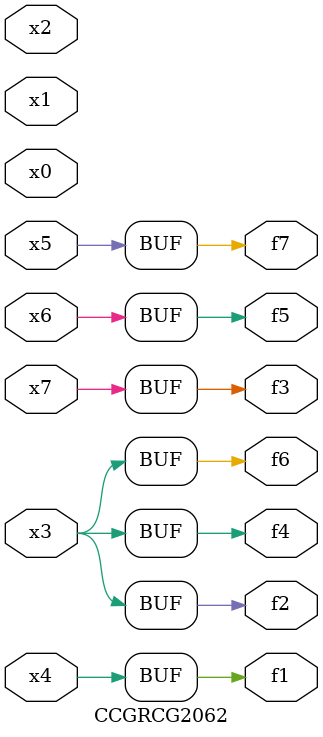
<source format=v>
module CCGRCG2062(
	input x0, x1, x2, x3, x4, x5, x6, x7,
	output f1, f2, f3, f4, f5, f6, f7
);
	assign f1 = x4;
	assign f2 = x3;
	assign f3 = x7;
	assign f4 = x3;
	assign f5 = x6;
	assign f6 = x3;
	assign f7 = x5;
endmodule

</source>
